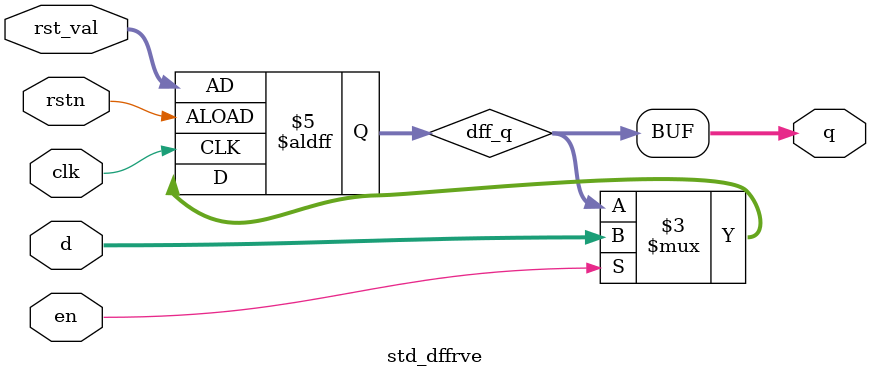
<source format=v>
module std_dffrve (
	clk,
	rstn,
	rst_val,
	en,
	d,
	q
);
	parameter WIDTH = 8;
	input clk;
	input rstn;
	input [WIDTH - 1:0] rst_val;
	input en;
	input [WIDTH - 1:0] d;
	output wire [WIDTH - 1:0] q;
	reg [WIDTH - 1:0] dff_q;
	always @(posedge clk or negedge rstn)
		if (~rstn)
			dff_q <= rst_val;
		else if (en)
			dff_q <= d;
	assign q = dff_q;
endmodule

</source>
